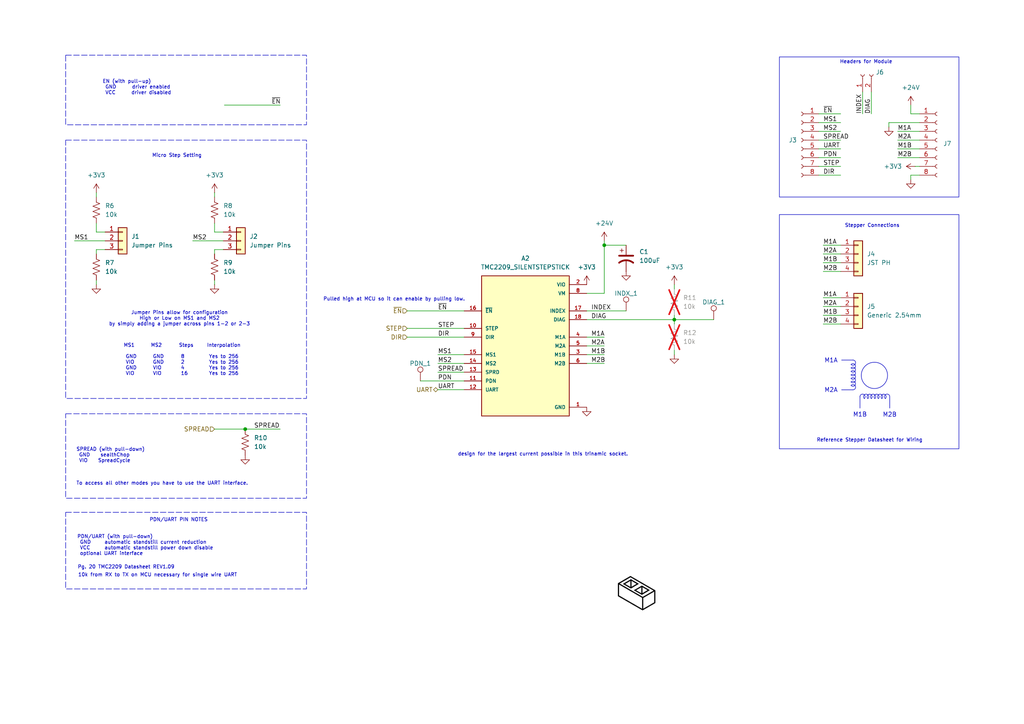
<source format=kicad_sch>
(kicad_sch (version 20250114) (generator "eeschema") (generator_version "9.0")
  (paper "A4")
  (title_block (title "Distribution Board") (date "2026-01-25") (rev "0.4") (company "basically"))
  (lib_symbols
    (symbol "Connector:Conn_01x02_Socket" (pin_names (offset 1.016) (hide yes))
      (property "Reference" "J" (at 0 2.54 0))
      (property "Value" "Conn_01x02_Socket" (at 0 -5.08 0))
      (symbol "Conn_01x02_Socket_1_1"
        (polyline (pts (xy -1.27 0) (xy -0.508 0)) (stroke (width 0.1524)))
        (polyline (pts (xy -1.27 -2.54) (xy -0.508 -2.54)) (stroke (width 0.1524)))
        (arc (start 0 -0.508) (mid -0.5058 0) (end 0 0.508) (stroke (width 0.1524)))
        (arc (start 0 -3.048) (mid -0.5058 -2.54) (end 0 -2.032) (stroke (width 0.1524)))
        (pin passive line (at -5.08 0 0) (length 3.81) (name "Pin_1") (number "1"))
        (pin passive line (at -5.08 -2.54 0) (length 3.81) (name "Pin_2") (number "2"))
      )
    )
    (symbol "Connector:Conn_01x08_Socket" (pin_names (offset 1.016) (hide yes))
      (property "Reference" "J" (at 0 10.16 0))
      (property "Value" "Conn_01x08_Socket" (at 0 -12.7 0))
      (symbol "Conn_01x08_Socket_1_1"
        (polyline (pts (xy -1.27 7.62) (xy -0.508 7.62)) (stroke (width 0.1524)))
        (polyline (pts (xy -1.27 5.08) (xy -0.508 5.08)) (stroke (width 0.1524)))
        (polyline (pts (xy -1.27 2.54) (xy -0.508 2.54)) (stroke (width 0.1524)))
        (polyline (pts (xy -1.27 0) (xy -0.508 0)) (stroke (width 0.1524)))
        (polyline (pts (xy -1.27 -2.54) (xy -0.508 -2.54)) (stroke (width 0.1524)))
        (polyline (pts (xy -1.27 -5.08) (xy -0.508 -5.08)) (stroke (width 0.1524)))
        (polyline (pts (xy -1.27 -7.62) (xy -0.508 -7.62)) (stroke (width 0.1524)))
        (polyline (pts (xy -1.27 -10.16) (xy -0.508 -10.16)) (stroke (width 0.1524)))
        (arc (start 0 7.112) (mid -0.5058 7.62) (end 0 8.128) (stroke (width 0.1524)))
        (arc (start 0 4.572) (mid -0.5058 5.08) (end 0 5.588) (stroke (width 0.1524)))
        (arc (start 0 2.032) (mid -0.5058 2.54) (end 0 3.048) (stroke (width 0.1524)))
        (arc (start 0 -0.508) (mid -0.5058 0) (end 0 0.508) (stroke (width 0.1524)))
        (arc (start 0 -3.048) (mid -0.5058 -2.54) (end 0 -2.032) (stroke (width 0.1524)))
        (arc (start 0 -5.588) (mid -0.5058 -5.08) (end 0 -4.572) (stroke (width 0.1524)))
        (arc (start 0 -8.128) (mid -0.5058 -7.62) (end 0 -7.112) (stroke (width 0.1524)))
        (arc (start 0 -10.668) (mid -0.5058 -10.16) (end 0 -9.652) (stroke (width 0.1524)))
        (pin passive line (at -5.08 7.62 0) (length 3.81) (name "Pin_1") (number "1"))
        (pin passive line (at -5.08 5.08 0) (length 3.81) (name "Pin_2") (number "2"))
        (pin passive line (at -5.08 2.54 0) (length 3.81) (name "Pin_3") (number "3"))
        (pin passive line (at -5.08 0 0) (length 3.81) (name "Pin_4") (number "4"))
        (pin passive line (at -5.08 -2.54 0) (length 3.81) (name "Pin_5") (number "5"))
        (pin passive line (at -5.08 -5.08 0) (length 3.81) (name "Pin_6") (number "6"))
        (pin passive line (at -5.08 -7.62 0) (length 3.81) (name "Pin_7") (number "7"))
        (pin passive line (at -5.08 -10.16 0) (length 3.81) (name "Pin_8") (number "8"))
      )
    )
    (symbol "Connector_Generic:Conn_01x03" (pin_names (offset 1.016) (hide yes))
      (property "Reference" "J" (at 0 5.08 0))
      (property "Value" "Conn_01x03" (at 0 -5.08 0))
      (symbol "Conn_01x03_1_1"
        (rectangle (start -1.27 3.81) (end 1.27 -3.81) (stroke (width 0.254)) (fill (type background)))
        (rectangle (start -1.27 2.667) (end 0 2.413) (stroke (width 0.1524)))
        (rectangle (start -1.27 0.127) (end 0 -0.127) (stroke (width 0.1524)))
        (rectangle (start -1.27 -2.413) (end 0 -2.667) (stroke (width 0.1524)))
        (pin passive line (at -5.08 2.54 0) (length 3.81) (name "Pin_1") (number "1"))
        (pin passive line (at -5.08 0 0) (length 3.81) (name "Pin_2") (number "2"))
        (pin passive line (at -5.08 -2.54 0) (length 3.81) (name "Pin_3") (number "3"))
      )
    )
    (symbol "Connector_Generic:Conn_01x04" (pin_names (offset 1.016) (hide yes))
      (property "Reference" "J" (at 0 5.08 0))
      (property "Value" "Conn_01x04" (at 0 -7.62 0))
      (symbol "Conn_01x04_1_1"
        (rectangle (start -1.27 3.81) (end 1.27 -6.35) (stroke (width 0.254)) (fill (type background)))
        (rectangle (start -1.27 2.667) (end 0 2.413) (stroke (width 0.1524)))
        (rectangle (start -1.27 0.127) (end 0 -0.127) (stroke (width 0.1524)))
        (rectangle (start -1.27 -2.413) (end 0 -2.667) (stroke (width 0.1524)))
        (rectangle (start -1.27 -4.953) (end 0 -5.207) (stroke (width 0.1524)))
        (pin passive line (at -5.08 2.54 0) (length 3.81) (name "Pin_1") (number "1"))
        (pin passive line (at -5.08 0 0) (length 3.81) (name "Pin_2") (number "2"))
        (pin passive line (at -5.08 -2.54 0) (length 3.81) (name "Pin_3") (number "3"))
        (pin passive line (at -5.08 -5.08 0) (length 3.81) (name "Pin_4") (number "4"))
      )
    )
    (symbol "Device:C_Polarized_US" (pin_numbers (hide yes)) (pin_names (offset 0.254) (hide yes))
      (property "Reference" "C" (at 0.635 2.54 0))
      (property "Value" "C_Polarized_US" (at 0.635 -2.54 0))
      (symbol "C_Polarized_US_0_1"
        (polyline (pts (xy -2.032 0.762) (xy 2.032 0.762)) (stroke (width 0.508)))
        (polyline (pts (xy -1.778 2.286) (xy -0.762 2.286)))
        (polyline (pts (xy -1.27 1.778) (xy -1.27 2.794)))
        (arc (start -2.032 -1.27) (mid 0 -0.5572) (end 2.032 -1.27) (stroke (width 0.508)))
      )
      (symbol "C_Polarized_US_1_1"
        (pin passive line (at 0 3.81 270) (length 2.794) (name "~") (number "1"))
        (pin passive line (at 0 -3.81 90) (length 3.302) (name "~") (number "2"))
      )
    )
    (symbol "Device:R_US" (pin_numbers (hide yes)) (pin_names (offset 0))
      (property "Reference" "R" (at 2.54 0 90))
      (property "Value" "R_US" (at -2.54 0 90))
      (symbol "R_US_0_1"
        (polyline (pts (xy 0 2.286) (xy 0 2.54)))
        (polyline (pts (xy 0 2.286) (xy 1.016 1.905) (xy 0 1.524) (xy -1.016 1.143) (xy 0 0.762)))
        (polyline (pts (xy 0 0.762) (xy 1.016 0.381) (xy 0 0) (xy -1.016 -0.381) (xy 0 -0.762)))
        (polyline (pts (xy 0 -0.762) (xy 1.016 -1.143) (xy 0 -1.524) (xy -1.016 -1.905) (xy 0 -2.286)))
        (polyline (pts (xy 0 -2.286) (xy 0 -2.54)))
      )
      (symbol "R_US_1_1"
        (pin passive line (at 0 3.81 270) (length 1.27) (name "~") (number "1"))
        (pin passive line (at 0 -3.81 90) (length 1.27) (name "~") (number "2"))
      )
    )
    (symbol "PCM_SparkFun-Connector:TestPoint_PTH" (pin_numbers (hide yes)) (pin_names (offset 0.762) (hide yes))
      (property "Reference" "TP" (at 0 5.08 0))
      (symbol "TestPoint_PTH_0_1"
        (circle (center 0 3.302) (radius 0.762))
      )
      (symbol "TestPoint_PTH_1_1"
        (pin passive line (at 0 0 90) (length 2.54) (name "1") (number "1"))
      )
    )
    (symbol "TMC2209_SILENTSTEPSTICK:TMC2209_SILENTSTEPSTICK" (pin_names (offset 1.016))
      (property "Reference" "U" (at -12.7 22.86 0))
      (property "Value" "TMC2209_SILENTSTEPSTICK" (at -12.7 -22.86 0))
      (symbol "TMC2209_SILENTSTEPSTICK_0_0"
        (rectangle (start -12.7 -20.32) (end 12.7 20.32) (stroke (width 0.254)) (fill (type background)))
        (pin input line (at -17.78 10.16 0) (length 5.08) (name "~{EN}") (number "16"))
        (pin input line (at -17.78 5.08 0) (length 5.08) (name "STEP") (number "10"))
        (pin input line (at -17.78 2.54 0) (length 5.08) (name "DIR") (number "9"))
        (pin input line (at -17.78 -2.54 0) (length 5.08) (name "MS1") (number "15"))
        (pin input line (at -17.78 -5.08 0) (length 5.08) (name "MS2") (number "14"))
        (pin input line (at -17.78 -7.62 0) (length 5.08) (name "SPRD") (number "13"))
        (pin bidirectional line (at -17.78 -10.16 0) (length 5.08) (name "PDN") (number "11"))
        (pin bidirectional line (at -17.78 -12.7 0) (length 5.08) (name "UART") (number "12"))
        (pin power_in line (at 17.78 17.78 180) (length 5.08) (name "VIO") (number "2"))
        (pin power_in line (at 17.78 15.24 180) (length 5.08) (name "VM") (number "8"))
        (pin output line (at 17.78 10.16 180) (length 5.08) (name "INDEX") (number "17"))
        (pin output line (at 17.78 7.62 180) (length 5.08) (name "DIAG") (number "18"))
        (pin output line (at 17.78 2.54 180) (length 5.08) (name "M1A") (number "4"))
        (pin output line (at 17.78 0 180) (length 5.08) (name "M2A") (number "5"))
        (pin output line (at 17.78 -2.54 180) (length 5.08) (name "M1B") (number "3"))
        (pin output line (at 17.78 -5.08 180) (length 5.08) (name "M2B") (number "6"))
        (pin power_in line (at 17.78 -17.78 180) (length 5.08) (name "GND") (number "1"))
        (pin power_in line (at 17.78 -17.78 180) (length 5.08) (hide yes) (name "GND") (number "7"))
      )
    )
    (symbol "power:+24V" (power) (pin_numbers (hide yes)) (pin_names (offset 0) (hide yes))
      (property "Value" "+24V" (at 0 3.556 0))
      (symbol "+24V_0_1"
        (polyline (pts (xy -0.762 1.27) (xy 0 2.54)))
        (polyline (pts (xy 0 2.54) (xy 0.762 1.27)))
        (polyline (pts (xy 0 0) (xy 0 2.54)))
      )
      (symbol "+24V_1_1"
        (pin power_in line (at 0 0 90) (length 0) (name "~") (number "1"))
      )
    )
    (symbol "power:+3V3" (power) (pin_numbers (hide yes)) (pin_names (offset 0) (hide yes))
      (property "Value" "+3V3" (at 0 3.556 0))
      (symbol "+3V3_0_1"
        (polyline (pts (xy -0.762 1.27) (xy 0 2.54)))
        (polyline (pts (xy 0 2.54) (xy 0.762 1.27)))
        (polyline (pts (xy 0 0) (xy 0 2.54)))
      )
      (symbol "+3V3_1_1"
        (pin power_in line (at 0 0 90) (length 0) (name "~") (number "1"))
      )
    )
    (symbol "power:GND" (power) (pin_numbers (hide yes)) (pin_names (offset 0) (hide yes))
      (property "Value" "GND" (at 0 -3.81 0))
      (symbol "GND_0_1"
        (polyline (pts (xy 0 0) (xy 0 -1.27) (xy 1.27 -1.27) (xy 0 -2.54) (xy -1.27 -1.27) (xy 0 -1.27)))
      )
      (symbol "GND_1_1"
        (pin power_in line (at 0 0 270) (length 0) (name "~") (number "1"))
      )
    )
  )
  (circle (center 253.617 108.877) (radius 3.81))
  (rectangle (start 226.06 62.23) (end 278.13 130.175))
  (polyline (pts (xy 190.0826 171.2253) (xy 190.0826 174.9035) (xy 186.3743 177.0431) (xy 179.2174 172.9153) (xy 179.2174 172.7176) (xy 179.5525 172.7176) (xy 186.2371 176.5771) (xy 186.2371 173.4177) (xy 186.5721 173.4177) (xy 186.5721 176.5434) (xy 189.7462 174.7108) (xy 189.7462 171.5851) (xy 186.5721 173.4177) (xy 186.2371 173.4177) (xy 186.2371 173.3943) (xy 179.5525 169.535) (xy 179.5525 172.7176) (xy 179.2174 172.7176) (xy 179.2174 169.2535) (xy 179.7349 169.2535) (xy 186.4249 173.1159) (xy 189.5599 171.3059) (xy 182.8689 167.4429) (xy 179.7349 169.2535) (xy 179.2174 169.2535) (xy 179.2174 169.1678) (xy 182.8509 167.0456) (xy 190.0826 171.2253)) (stroke (width -0.0001) (type solid) (color 0 0 0 1)) (fill (type color) (color 0 0 0 1)))
  (rectangle (start 19.05 120.015) (end 88.9 144.51) (stroke (width 0) (type dash)))
  (polyline (pts (xy 185.3039 169.3306) (xy 183.0003 170.701) (xy 180.6441 169.3612) (xy 181.3124 169.3612) (xy 182.8357 170.2408) (xy 182.8357 168.4817) (xy 183.1678 168.4817) (xy 183.1678 170.19) (xy 184.6373 169.3327) (xy 183.1678 168.4817) (xy 182.8357 168.4817) (xy 181.3124 169.3612) (xy 180.6441 169.3612) (xy 180.6432 169.3607) (xy 183 168) (xy 185.3039 169.3306)) (stroke (width -0.0001) (type solid) (color 0 0 0 1)) (fill (type color) (color 0 0 0 1)))
  (arc (start 246.85 105.704) (mid 248.1362 106.212) (end 246.85 106.72))
  (arc (start 249.428 115.062) (mid 250.4782 114.3654) (end 250.7 115.606))
  (arc (start 246.848 109.764) (mid 248.1342 110.272) (end 246.848 110.78))
  (arc (start 250.7 115.606) (mid 251.208 114.3198) (end 251.716 115.606))
  (rectangle (start 226.06 16.51) (end 278.13 57.15))
  (arc (start 246.842 111.784) (mid 248.0934 112.0092) (end 247.386 113.056))
  (arc (start 253.744 115.608) (mid 254.252 114.3218) (end 254.76 115.608))
  (arc (start 247.394 104.432) (mid 248.0906 105.4822) (end 246.85 105.704))
  (arc (start 252.728 115.608) (mid 253.236 114.3218) (end 253.744 115.608))
  (rectangle (start 19.05 16) (end 88.9 36.195) (stroke (width 0) (type dash)))
  (arc (start 255.776 115.608) (mid 256.284 114.3218) (end 256.792 115.608))
  (arc (start 246.848 107.732) (mid 248.1342 108.24) (end 246.848 108.748))
  (rectangle (start 19.05 40.64) (end 88.9 115.57) (stroke (width 0) (type dash)))
  (arc (start 246.848 106.716) (mid 248.1342 107.224) (end 246.848 107.732))
  (arc (start 256.78 115.614) (mid 257.0052 114.3626) (end 258.052 115.07))
  (polyline (pts (xy 186.1766 169.8368) (xy 188.4805 171.1674) (xy 186.177 172.5378) (xy 183.8205 171.198) (xy 184.489 171.198) (xy 186.0124 172.0776) (xy 186.0124 172.0269) (xy 186.3445 172.0269) (xy 187.8139 171.1694) (xy 186.3445 170.3185) (xy 186.3445 172.0269) (xy 186.0124 172.0269) (xy 186.0124 170.3185) (xy 184.489 171.198) (xy 183.8205 171.198) (xy 183.8198 171.1975) (xy 186.1766 169.8368) (xy 186.1766 169.8368)) (stroke (width -0.0001) (type solid) (color 0 0 0 1)) (fill (type color) (color 0 0 0 1)))
  (rectangle (start 19.05 148.59) (end 88.9 170.815) (stroke (width 0) (type dash)))
  (arc (start 251.712 115.608) (mid 252.22 114.3218) (end 252.728 115.608))
  (arc (start 246.848 110.78) (mid 248.1342 111.288) (end 246.848 111.796))
  (arc (start 254.76 115.608) (mid 255.268 114.3218) (end 255.776 115.608))
  (arc (start 246.848 108.748) (mid 248.1342 109.256) (end 246.848 109.764))
  (text "Reference Stepper Datasheet for Wiring" (at 252.222 127.762 0) (effects (font (size 1.016 1.016))))
  (text "Pg. 20 TMC2209 Datasheet REV1.09" (at 36.576 164.592 0) (effects (font (size 1.016 1.016))))
  (text "M2A" (at 241.046 113.284 0) (effects (font (size 1.27 1.27))))
  (text "SPREAD (with pull-down)\n GND    sealthChop\n VIO    SpreadCycle\n\n\n\nTo access all other modes you have to use the UART interface." (at 22.098 135.382 0) (effects (font (size 1.016 1.016)) (justify left)))
  (text "Jumper Pins allow for configuration\nHigh or Low on MS1 and MS2\nby simply adding a jumper across pins 1-2 or 2-3" (at 52.07 92.456 0) (effects (font (size 1.016 1.016))))
  (text "M2B" (at 258.062 120.434 0) (effects (font (size 1.27 1.27))))
  (text "PDN/UART (with pull-down)\n GND	automatic standstill current reduction\n VCC	automatic standstill power down disable\n optional UART interface" (at 22.352 158.242 0) (effects (font (size 1.016 1.016)) (justify left)))
  (text "M1B" (at 249.428 120.396 0) (effects (font (size 1.27 1.27))))
  (text "Stepper Connections" (at 252.984 65.532 0) (effects (font (size 1.016 1.016))))
  (text "Micro Step Setting" (at 51.308 45.212 0) (effects (font (size 1.016 1.016))))
  (text "design for the largest current possible in this trinamic socket.\n" (at 157.48 131.826 0) (effects (font (size 1.016 1.016))))
  (text "EN (with pull-up)\n GND      driver enabled\n VCC      driver disabled" (at 29.718 25.4 0) (effects (font (size 1.016 1.016)) (justify left)))
  (text "Pulled high at MCU so it can enable by pulling low." (at 114.3 86.868 0) (effects (font (size 1.016 1.016))))
  (text "PDN/UART PIN NOTES" (at 51.816 150.876 0) (effects (font (size 1.016 1.016))))
  (text "MS1		MS2		Steps	Interpolation\n\nGND		GND		8		Yes to 256\nVIO		GND		2		Yes to 256\nGND		VIO		4		Yes to 256\nVIO		VIO		16		Yes to 256" (at 52.832 104.394 0) (effects (font (size 1.016 1.016))))
  (text "Headers for Module" (at 251.206 18.034 0) (effects (font (size 1.016 1.016))))
  (text "10k from RX to TX on MCU necessary for single wire UART" (at 45.72 166.878 0) (effects (font (size 1.016 1.016))))
  (text "M1A" (at 241.044 104.686 0) (effects (font (size 1.27 1.27))))
  (junction (at 195.58 92.71))
  (junction (at 71.12 124.46))
  (junction (at 175.26 71.12))
  (wire (pts (xy 237.49 48.26) (xy 243.84 48.26)))
  (wire (pts (xy 127 105.41) (xy 134.62 105.41)))
  (wire (pts (xy 238.76 88.9) (xy 243.84 88.9)))
  (wire (pts (xy 238.76 91.44) (xy 243.84 91.44)))
  (wire (pts (xy 238.76 78.74) (xy 243.84 78.74)))
  (wire (pts (xy 195.58 92.71) (xy 195.58 93.98)))
  (wire (pts (xy 127 102.87) (xy 134.62 102.87)))
  (wire (pts (xy 27.94 82.55) (xy 27.94 81.28)))
  (wire (pts (xy 237.49 40.64) (xy 243.84 40.64)))
  (wire (pts (xy 238.76 86.36) (xy 243.84 86.36)))
  (wire (pts (xy 237.49 50.8) (xy 243.84 50.8)))
  (wire (pts (xy 175.26 85.09) (xy 170.18 85.09)))
  (wire (pts (xy 64.77 67.31) (xy 62.23 67.31)))
  (wire (pts (xy 71.12 124.46) (xy 81.28 124.46)))
  (wire (pts (xy 170.18 100.33) (xy 175.26 100.33)))
  (wire (pts (xy 170.18 92.71) (xy 195.58 92.71)))
  (wire (pts (xy 264.16 50.8) (xy 266.7 50.8)))
  (wire (pts (xy 127 107.95) (xy 134.62 107.95)))
  (wire (pts (xy 250.19 33.02) (xy 250.19 26.67)))
  (wire (pts (xy 118.11 95.25) (xy 134.62 95.25)))
  (wire (pts (xy 170.18 105.41) (xy 175.26 105.41)))
  (wire (pts (xy 27.94 55.88) (xy 27.94 57.15)))
  (wire (pts (xy 27.94 67.31) (xy 27.94 64.77)))
  (wire (pts (xy 195.58 91.44) (xy 195.58 92.71)))
  (wire (pts (xy 237.49 35.56) (xy 243.84 35.56)))
  (wire (pts (xy 260.35 38.1) (xy 266.7 38.1)))
  (wire (pts (xy 21.59 69.85) (xy 30.48 69.85)))
  (wire (pts (xy 264.16 52.07) (xy 264.16 50.8)))
  (wire (pts (xy 170.18 90.17) (xy 181.61 90.17)))
  (wire (pts (xy 127 113.03) (xy 134.62 113.03)))
  (wire (pts (xy 237.49 33.02) (xy 243.84 33.02)))
  (polyline (pts (xy 183 168) (xy 183 168)) (stroke (width -0.0001) (type solid)))
  (polyline (pts (xy 258.064 118.364) (xy 258.064 115.062)))
  (wire (pts (xy 175.26 69.85) (xy 175.26 71.12)))
  (wire (pts (xy 62.23 55.88) (xy 62.23 57.15)))
  (wire (pts (xy 121.92 110.49) (xy 134.62 110.49)))
  (wire (pts (xy 257.81 35.56) (xy 266.7 35.56)))
  (wire (pts (xy 265.43 48.26) (xy 266.7 48.26)))
  (wire (pts (xy 264.16 33.02) (xy 266.7 33.02)))
  (polyline (pts (xy 244.092 113.068) (xy 247.394 113.068)))
  (wire (pts (xy 195.58 102.87) (xy 195.58 101.6)))
  (wire (pts (xy 55.88 69.85) (xy 64.77 69.85)))
  (wire (pts (xy 30.48 72.39) (xy 27.94 72.39)))
  (wire (pts (xy 195.58 82.55) (xy 195.58 83.82)))
  (wire (pts (xy 260.35 40.64) (xy 266.7 40.64)))
  (wire (pts (xy 27.94 72.39) (xy 27.94 73.66)))
  (wire (pts (xy 260.35 43.18) (xy 266.7 43.18)))
  (wire (pts (xy 260.35 45.72) (xy 266.7 45.72)))
  (wire (pts (xy 62.23 72.39) (xy 62.23 73.66)))
  (wire (pts (xy 170.18 97.79) (xy 175.26 97.79)))
  (wire (pts (xy 65.0709 30.48) (xy 81.28 30.48)))
  (wire (pts (xy 118.11 90.17) (xy 134.62 90.17)))
  (wire (pts (xy 257.81 36.83) (xy 257.81 35.56)))
  (wire (pts (xy 237.49 38.1) (xy 243.84 38.1)))
  (wire (pts (xy 62.23 67.31) (xy 62.23 64.77)))
  (wire (pts (xy 238.76 93.98) (xy 243.84 93.98)))
  (wire (pts (xy 238.76 73.66) (xy 243.84 73.66)))
  (wire (pts (xy 238.76 71.12) (xy 243.84 71.12)))
  (polyline (pts (xy 244.092 104.432) (xy 247.394 104.432)))
  (wire (pts (xy 62.23 124.46) (xy 71.12 124.46)))
  (wire (pts (xy 175.26 71.12) (xy 181.61 71.12)))
  (wire (pts (xy 195.58 92.71) (xy 207.01 92.71)))
  (wire (pts (xy 118.11 97.79) (xy 134.62 97.79)))
  (wire (pts (xy 175.26 71.12) (xy 175.26 85.09)))
  (wire (pts (xy 64.77 72.39) (xy 62.23 72.39)))
  (wire (pts (xy 237.49 45.72) (xy 243.84 45.72)))
  (polyline (pts (xy 249.428 118.364) (xy 249.428 115.062)))
  (wire (pts (xy 170.18 102.87) (xy 175.26 102.87)))
  (wire (pts (xy 252.73 33.02) (xy 252.73 26.67)))
  (wire (pts (xy 237.49 43.18) (xy 243.84 43.18)))
  (wire (pts (xy 238.76 76.2) (xy 243.84 76.2)))
  (wire (pts (xy 264.16 30.48) (xy 264.16 33.02)))
  (wire (pts (xy 30.48 67.31) (xy 27.94 67.31)))
  (wire (pts (xy 62.23 82.55) (xy 62.23 81.28)))
  (label "M2A" (at 238.76 73.66 0))
  (label "M2B" (at 238.76 78.74 0))
  (label "M1A" (at 260.35 38.1 0))
  (label "INDEX" (at 171.45 90.17 0))
  (label "MS2" (at 238.76 38.1 0))
  (label "~{EN}" (at 78.74 30.48 0))
  (label "DIAG" (at 171.45 92.71 0))
  (label "SPREAD" (at 73.66 124.46 0))
  (label "MS1" (at 238.76 35.56 0))
  (label "DIR" (at 127 97.79 0))
  (label "M1B" (at 260.35 43.18 0))
  (label "MS1" (at 127 102.87 0))
  (label "M1A" (at 238.76 86.36 0))
  (label "M1B" (at 238.76 76.2 0))
  (label "M2A" (at 260.35 40.64 0))
  (label "SPREAD" (at 238.76 40.64 0))
  (label "M2B" (at 238.76 93.98 0))
  (label "~{EN}" (at 238.76 33.02 0))
  (label "~{EN}" (at 127 90.17 0))
  (label "M1B" (at 171.45 102.87 0))
  (label "M1B" (at 238.76 91.44 0))
  (label "SPREAD" (at 127 107.95 0))
  (label "M2A" (at 238.76 88.9 0))
  (label "UART" (at 127 113.03 0))
  (label "PDN" (at 127 110.49 0))
  (label "STEP" (at 238.76 48.26 0))
  (label "M2B" (at 171.45 105.41 0))
  (label "PDN" (at 238.76 45.72 0))
  (label "M1A" (at 238.76 71.12 0))
  (label "DIR" (at 238.76 50.8 0))
  (label "DIAG" (at 252.73 33.02 90))
  (label "MS2" (at 127 105.41 0))
  (label "UART" (at 238.76 43.18 0))
  (label "M2B" (at 260.35 45.72 0))
  (label "MS1" (at 21.59 69.85 0))
  (label "STEP" (at 127 95.25 0))
  (label "MS2" (at 55.88 69.85 0))
  (label "M1A" (at 171.45 97.79 0))
  (label "M2A" (at 171.45 100.33 0))
  (label "INDEX" (at 250.19 33.02 90))
  (hierarchical_label "SPREAD" (shape input) (at 62.23 124.46 180))
  (hierarchical_label "DIR" (shape input) (at 118.11 97.79 180))
  (hierarchical_label "STEP" (shape input) (at 118.11 95.25 180))
  (hierarchical_label "UART" (shape bidirectional) (at 127 113.03 180))
  (hierarchical_label "~{EN}" (shape input) (at 118.11 90.17 180))
  (symbol (lib_id "power:GND") (at 27.94 82.55 0) (unit 1)
    (property "Reference" "#PWR012" (effects (hide yes)))
    (property "Value" "GND" (effects (hide yes)))
    (property "Description" "Power symbol creates a global label with name \"GND\" , ground" (effects (hide yes)))
    (instances (project "1_Distribution_Board" (path "" (reference "#PWR012") (unit 1)) (path "" (reference "#PWR083") (unit 1)) (path "" (reference "#PWR0113") (unit 1)) (path "" (reference "#PWR098") (unit 1))))
  )
  (symbol (lib_id "Connector_Generic:Conn_01x03") (at 69.85 69.85 0) (unit 1)
    (property "Reference" "J2" (at 72.39 68.5799 0) (effects (justify left)))
    (property "Value" "Jumper Pins" (at 72.39 71.1199 0) (effects (justify left)))
    (property "Footprint" "Connector_PinHeader_2.54mm:PinHeader_1x03_P2.54mm_Vertical" (effects (hide yes)))
    (property "Description" "Generic connector, single row, 01x03, script generated (kicad-library-utils/schlib/autogen/connector/)" (effects (hide yes)))
    (instances (project "1_Distribution_Board" (path "" (reference "J2") (unit 1)) (path "" (reference "J34") (unit 1)) (path "" (reference "J48") (unit 1)) (path "" (reference "J41") (unit 1))))
  )
  (symbol (lib_id "Connector_Generic:Conn_01x04") (at 248.92 73.66 0) (unit 1)
    (property "Reference" "J4" (at 251.46 73.6599 0) (effects (justify left)))
    (property "Value" "JST PH" (at 251.46 76.1999 0) (effects (justify left)))
    (property "Footprint" "Connector_JST:JST_PH_B4B-PH-K_1x04_P2.00mm_Vertical" (effects (hide yes)))
    (property "Description" "Generic connector, single row, 01x04, script generated (kicad-library-utils/schlib/autogen/connector/)" (effects (hide yes)))
    (instances (project "1_Distribution_Board" (path "" (reference "J4") (unit 1)) (path "" (reference "J36") (unit 1)) (path "" (reference "J50") (unit 1)) (path "" (reference "J43") (unit 1))))
  )
  (symbol (lib_id "Device:R_US") (at 27.94 60.96 0) (unit 1)
    (property "Reference" "R6" (at 30.48 59.6899 0) (effects (justify left)))
    (property "Value" "10k" (at 30.48 62.2299 0) (effects (justify left)))
    (property "Footprint" "Resistor_SMD:R_0805_2012Metric_Pad1.20x1.40mm_HandSolder" (effects (hide yes)))
    (property "Description" "Resistor, US symbol" (effects (hide yes)))
    (instances (project "1_Distribution_Board" (path "" (reference "R6") (unit 1)) (path "" (reference "R25") (unit 1)) (path "" (reference "R39") (unit 1)) (path "" (reference "R32") (unit 1))))
  )
  (symbol (lib_id "power:+3V3") (at 62.23 55.88 0) (unit 1)
    (property "Reference" "#PWR013" (effects (hide yes)))
    (property "Value" "+3V3" (at 62.23 50.8 0))
    (property "Description" "Power symbol creates a global label with name \"+3V3\"" (effects (hide yes)))
    (instances (project "1_Distribution_Board" (path "" (reference "#PWR013") (unit 1)) (path "" (reference "#PWR084") (unit 1)) (path "" (reference "#PWR0114") (unit 1)) (path "" (reference "#PWR099") (unit 1))))
  )
  (symbol (lib_id "PCM_SparkFun-Connector:TestPoint_PTH") (at 181.61 90.17 0) (unit 1)
    (property "Reference" "INDX_1" (at 181.61 85.09 0))
    (property "Value" "PTH" (effects (hide yes)))
    (property "Footprint" "Connector_PinHeader_2.54mm:PinHeader_1x01_P2.54mm_Vertical" (effects (hide yes)))
    (property "Description" "Test Point" (effects (hide yes)))
    (instances (project "1_Distribution_Board" (path "" (reference "INDX_1") (unit 1)) (path "" (reference "INDX_2") (unit 1)) (path "" (reference "INDX_4") (unit 1)) (path "" (reference "INDX_3") (unit 1))))
  )
  (symbol (lib_id "PCM_SparkFun-Connector:TestPoint_PTH") (at 207.01 92.71 0) (unit 1)
    (property "Reference" "DIAG_1" (at 207.01 87.63 0))
    (property "Value" "PTH" (effects (hide yes)))
    (property "Footprint" "Connector_PinHeader_2.54mm:PinHeader_1x01_P2.54mm_Vertical" (effects (hide yes)))
    (property "Description" "Test Point" (effects (hide yes)))
    (instances (project "1_Distribution_Board" (path "" (reference "DIAG_1") (unit 1)) (path "" (reference "DIAG_2") (unit 1)) (path "" (reference "DIAG_4") (unit 1)) (path "" (reference "DIAG_3") (unit 1))))
  )
  (symbol (lib_id "Connector_Generic:Conn_01x04") (at 248.92 88.9 0) (unit 1)
    (property "Reference" "J5" (at 251.46 88.8999 0) (effects (justify left)))
    (property "Value" "Generic 2.54mm" (at 251.46 91.4399 0) (effects (justify left)))
    (property "Footprint" "Connector_PinHeader_2.54mm:PinHeader_1x04_P2.54mm_Vertical" (effects (hide yes)))
    (property "Description" "Generic connector, single row, 01x04, script generated (kicad-library-utils/schlib/autogen/connector/)" (effects (hide yes)))
    (instances (project "1_Distribution_Board" (path "" (reference "J5") (unit 1)) (path "" (reference "J37") (unit 1)) (path "" (reference "J51") (unit 1)) (path "" (reference "J44") (unit 1))))
  )
  (symbol (lib_id "Device:R_US") (at 195.58 97.79 0) (unit 1) (dnp yes)
    (property "Reference" "R12" (at 198.12 96.5199 0) (effects (justify left)))
    (property "Value" "10k" (at 198.12 99.0599 0) (effects (justify left)))
    (property "Footprint" "Resistor_SMD:R_0805_2012Metric_Pad1.20x1.40mm_HandSolder" (effects (hide yes)))
    (property "Description" "Resistor, US symbol" (effects (hide yes)))
    (instances (project "1_Distribution_Board" (path "" (reference "R12") (unit 1)) (path "" (reference "R31") (unit 1)) (path "" (reference "R45") (unit 1)) (path "" (reference "R38") (unit 1))))
  )
  (symbol (lib_id "Device:R_US") (at 62.23 60.96 0) (unit 1)
    (property "Reference" "R8" (at 64.77 59.6899 0) (effects (justify left)))
    (property "Value" "10k" (at 64.77 62.2299 0) (effects (justify left)))
    (property "Footprint" "Resistor_SMD:R_0805_2012Metric_Pad1.20x1.40mm_HandSolder" (effects (hide yes)))
    (property "Description" "Resistor, US symbol" (effects (hide yes)))
    (instances (project "1_Distribution_Board" (path "" (reference "R8") (unit 1)) (path "" (reference "R27") (unit 1)) (path "" (reference "R41") (unit 1)) (path "" (reference "R34") (unit 1))))
  )
  (symbol (lib_id "power:+3V3") (at 27.94 55.88 0) (unit 1)
    (property "Reference" "#PWR011" (effects (hide yes)))
    (property "Value" "+3V3" (at 27.94 50.8 0))
    (property "Description" "Power symbol creates a global label with name \"+3V3\"" (effects (hide yes)))
    (instances (project "1_Distribution_Board" (path "" (reference "#PWR011") (unit 1)) (path "" (reference "#PWR082") (unit 1)) (path "" (reference "#PWR0112") (unit 1)) (path "" (reference "#PWR097") (unit 1))))
  )
  (symbol (lib_id "power:GND") (at 195.58 102.87 0) (unit 1)
    (property "Reference" "#PWR021" (effects (hide yes)))
    (property "Value" "GND" (effects (hide yes)))
    (property "Description" "Power symbol creates a global label with name \"GND\" , ground" (effects (hide yes)))
    (instances (project "1_Distribution_Board" (path "" (reference "#PWR021") (unit 1)) (path "" (reference "#PWR092") (unit 1)) (path "" (reference "#PWR0122") (unit 1)) (path "" (reference "#PWR0107") (unit 1))))
  )
  (symbol (lib_id "Device:R_US") (at 62.23 77.47 0) (unit 1)
    (property "Reference" "R9" (at 64.77 76.1999 0) (effects (justify left)))
    (property "Value" "10k" (at 64.77 78.7399 0) (effects (justify left)))
    (property "Footprint" "Resistor_SMD:R_0805_2012Metric_Pad1.20x1.40mm_HandSolder" (effects (hide yes)))
    (property "Description" "Resistor, US symbol" (effects (hide yes)))
    (instances (project "1_Distribution_Board" (path "" (reference "R9") (unit 1)) (path "" (reference "R28") (unit 1)) (path "" (reference "R42") (unit 1)) (path "" (reference "R35") (unit 1))))
  )
  (symbol (lib_id "power:+3V3") (at 170.18 82.55 0) (unit 1)
    (property "Reference" "#PWR016" (effects (hide yes)))
    (property "Value" "+3V3" (at 170.18 77.47 0))
    (property "Description" "Power symbol creates a global label with name \"+3V3\"" (effects (hide yes)))
    (instances (project "1_Distribution_Board" (path "" (reference "#PWR016") (unit 1)) (path "" (reference "#PWR087") (unit 1)) (path "" (reference "#PWR0117") (unit 1)) (path "" (reference "#PWR0102") (unit 1))))
  )
  (symbol (lib_id "power:+3V3") (at 195.58 82.55 0) (unit 1)
    (property "Reference" "#PWR020" (effects (hide yes)))
    (property "Value" "+3V3" (at 195.58 77.47 0))
    (property "Description" "Power symbol creates a global label with name \"+3V3\"" (effects (hide yes)))
    (instances (project "1_Distribution_Board" (path "" (reference "#PWR020") (unit 1)) (path "" (reference "#PWR091") (unit 1)) (path "" (reference "#PWR0121") (unit 1)) (path "" (reference "#PWR0106") (unit 1))))
  )
  (symbol (lib_id "Device:C_Polarized_US") (at 181.61 74.93 0) (unit 1)
    (property "Reference" "C1" (at 185.42 73.0249 0) (effects (justify left)))
    (property "Value" "100uF" (at 185.42 75.5649 0) (effects (justify left)))
    (property "Footprint" "Capacitor_THT:CP_Radial_D8.0mm_P2.50mm" (effects (hide yes)))
    (property "Description" "Polarized capacitor, US symbol" (effects (hide yes)))
    (instances (project "1_Distribution_Board" (path "" (reference "C1") (unit 1)) (path "" (reference "C16") (unit 1)) (path "" (reference "C18") (unit 1)) (path "" (reference "C17") (unit 1))))
  )
  (symbol (lib_id "Device:R_US") (at 71.12 128.27 0) (unit 1)
    (property "Reference" "R10" (at 73.66 126.9999 0) (effects (justify left)))
    (property "Value" "10k" (at 73.66 129.5399 0) (effects (justify left)))
    (property "Footprint" "Resistor_SMD:R_0805_2012Metric_Pad1.20x1.40mm_HandSolder" (effects (hide yes)))
    (property "Description" "Resistor, US symbol" (effects (hide yes)))
    (instances (project "1_Distribution_Board" (path "" (reference "R10") (unit 1)) (path "" (reference "R29") (unit 1)) (path "" (reference "R43") (unit 1)) (path "" (reference "R36") (unit 1))))
  )
  (symbol (lib_id "power:GND") (at 170.18 118.11 0) (unit 1)
    (property "Reference" "#PWR017" (effects (hide yes)))
    (property "Value" "GND" (effects (hide yes)))
    (property "Description" "Power symbol creates a global label with name \"GND\" , ground" (effects (hide yes)))
    (instances (project "1_Distribution_Board" (path "" (reference "#PWR017") (unit 1)) (path "" (reference "#PWR088") (unit 1)) (path "" (reference "#PWR0118") (unit 1)) (path "" (reference "#PWR0103") (unit 1))))
  )
  (symbol (lib_id "power:+3V3") (at 265.43 48.26 90) (unit 1)
    (property "Reference" "#PWR025" (effects (hide yes)))
    (property "Value" "+3V3" (at 261.62 48.2599 90) (effects (justify left)))
    (property "Description" "Power symbol creates a global label with name \"+3V3\"" (effects (hide yes)))
    (instances (project "1_Distribution_Board" (path "" (reference "#PWR025") (unit 1)) (path "" (reference "#PWR096") (unit 1)) (path "" (reference "#PWR0126") (unit 1)) (path "" (reference "#PWR0111") (unit 1))))
  )
  (symbol (lib_id "power:+24V") (at 264.16 30.48 0) (unit 1)
    (property "Reference" "#PWR023" (effects (hide yes)))
    (property "Value" "+24V" (at 264.16 25.4 0))
    (property "Description" "Power symbol creates a global label with name \"+24V\"" (effects (hide yes)))
    (instances (project "1_Distribution_Board" (path "" (reference "#PWR023") (unit 1)) (path "" (reference "#PWR094") (unit 1)) (path "" (reference "#PWR0124") (unit 1)) (path "" (reference "#PWR0109") (unit 1))))
  )
  (symbol (lib_id "PCM_SparkFun-Connector:TestPoint_PTH") (at 121.92 110.49 0) (unit 1)
    (property "Reference" "PDN_1" (at 121.92 105.41 0))
    (property "Value" "PTH" (effects (hide yes)))
    (property "Footprint" "Connector_PinHeader_2.54mm:PinHeader_1x01_P2.54mm_Vertical" (effects (hide yes)))
    (property "Description" "Test Point" (effects (hide yes)))
    (instances (project "1_Distribution_Board" (path "" (reference "PDN_1") (unit 1)) (path "" (reference "PDN_2") (unit 1)) (path "" (reference "PDN_4") (unit 1)) (path "" (reference "PDN_3") (unit 1))))
  )
  (symbol (lib_id "Connector:Conn_01x02_Socket") (at 250.19 21.59 90) (unit 1)
    (property "Reference" "J6" (at 254 20.9549 90) (effects (justify right)))
    (property "Value" "Conn_01x02_Socket" (effects (hide yes)))
    (property "Footprint" "Connector_PinSocket_2.54mm:PinSocket_1x02_P2.54mm_Vertical" (effects (hide yes)))
    (property "Description" "Generic connector, single row, 01x02, script generated" (effects (hide yes)))
    (instances (project "" (path "" (reference "J6") (unit 1)) (path "" (reference "J38") (unit 1)) (path "" (reference "J52") (unit 1)) (path "" (reference "J45") (unit 1))))
  )
  (symbol (lib_id "Connector:Conn_01x08_Socket") (at 271.78 40.64 0) (unit 1)
    (property "Reference" "J7" (at 273.558 41.656 0) (effects (justify left)))
    (property "Value" "Conn_01x08_Socket" (effects (hide yes)))
    (property "Footprint" "Connector_PinSocket_2.54mm:PinSocket_1x08_P2.54mm_Vertical" (effects (hide yes)))
    (property "Description" "Generic connector, single row, 01x08, script generated" (effects (hide yes)))
    (instances (project "" (path "" (reference "J7") (unit 1)) (path "" (reference "J39") (unit 1)) (path "" (reference "J53") (unit 1)) (path "" (reference "J46") (unit 1))))
  )
  (symbol (lib_id "Connector:Conn_01x08_Socket") (at 232.41 40.64 0) (mirror y) (unit 1)
    (property "Reference" "J3" (at 231.14 40.6399 0) (effects (justify left)))
    (property "Value" "Conn_01x08_Socket" (effects (hide yes)))
    (property "Footprint" "Connector_PinSocket_2.54mm:PinSocket_1x08_P2.54mm_Vertical" (effects (hide yes)))
    (property "Description" "Generic connector, single row, 01x08, script generated" (effects (hide yes)))
    (instances (project "1_Distribution_Board" (path "" (reference "J3") (unit 1)) (path "" (reference "J35") (unit 1)) (path "" (reference "J49") (unit 1)) (path "" (reference "J42") (unit 1))))
  )
  (symbol (lib_id "power:GND") (at 257.81 36.83 0) (unit 1)
    (property "Reference" "#PWR022" (effects (hide yes)))
    (property "Value" "GND" (effects (hide yes)))
    (property "Description" "Power symbol creates a global label with name \"GND\" , ground" (effects (hide yes)))
    (instances (project "1_Distribution_Board" (path "" (reference "#PWR022") (unit 1)) (path "" (reference "#PWR093") (unit 1)) (path "" (reference "#PWR0123") (unit 1)) (path "" (reference "#PWR0108") (unit 1))))
  )
  (symbol (lib_id "power:GND") (at 181.61 78.74 0) (unit 1)
    (property "Reference" "#PWR019" (effects (hide yes)))
    (property "Value" "GND" (effects (hide yes)))
    (property "Description" "Power symbol creates a global label with name \"GND\" , ground" (effects (hide yes)))
    (instances (project "1_Distribution_Board" (path "" (reference "#PWR019") (unit 1)) (path "" (reference "#PWR090") (unit 1)) (path "" (reference "#PWR0120") (unit 1)) (path "" (reference "#PWR0105") (unit 1))))
  )
  (symbol (lib_id "Device:R_US") (at 195.58 87.63 0) (unit 1) (dnp yes)
    (property "Reference" "R11" (at 198.12 86.3599 0) (effects (justify left)))
    (property "Value" "10k" (at 198.12 88.8999 0) (effects (justify left)))
    (property "Footprint" "Resistor_SMD:R_0805_2012Metric_Pad1.20x1.40mm_HandSolder" (effects (hide yes)))
    (property "Description" "Resistor, US symbol" (effects (hide yes)))
    (instances (project "1_Distribution_Board" (path "" (reference "R11") (unit 1)) (path "" (reference "R30") (unit 1)) (path "" (reference "R44") (unit 1)) (path "" (reference "R37") (unit 1))))
  )
  (symbol (lib_id "power:+24V") (at 175.26 69.85 0) (unit 1)
    (property "Reference" "#PWR018" (effects (hide yes)))
    (property "Value" "+24V" (at 175.26 64.77 0))
    (property "Description" "Power symbol creates a global label with name \"+24V\"" (effects (hide yes)))
    (instances (project "1_Distribution_Board" (path "" (reference "#PWR018") (unit 1)) (path "" (reference "#PWR089") (unit 1)) (path "" (reference "#PWR0119") (unit 1)) (path "" (reference "#PWR0104") (unit 1))))
  )
  (symbol (lib_id "power:GND") (at 71.12 132.08 0) (unit 1)
    (property "Reference" "#PWR015" (effects (hide yes)))
    (property "Value" "GND" (effects (hide yes)))
    (property "Description" "Power symbol creates a global label with name \"GND\" , ground" (effects (hide yes)))
    (instances (project "1_Distribution_Board" (path "" (reference "#PWR015") (unit 1)) (path "" (reference "#PWR086") (unit 1)) (path "" (reference "#PWR0116") (unit 1)) (path "" (reference "#PWR0101") (unit 1))))
  )
  (symbol (lib_id "TMC2209_SILENTSTEPSTICK:TMC2209_SILENTSTEPSTICK") (at 152.4 100.33 0) (unit 1)
    (property "Reference" "A2" (at 152.4 74.93 0))
    (property "Value" "TMC2209_SILENTSTEPSTICK" (at 152.4 77.47 0))
    (property "Footprint" "TMC2209_SILENTSTEPSTICK:MODULE_TMC2209_SILENTSTEPSTICK" (effects (hide yes)))
    (property "MF" "Trinamic Motion Control GmbH" (effects (hide yes)))
    (property "Description_1" "TMC2209 Motor Controller/Driver Power Management Evaluation Board" (effects (hide yes)))
    (property "Package" "None" (effects (hide yes)))
    (property "Price" "None" (effects (hide yes)))
    (property "Check_prices" "https://www.snapeda.com/parts/TMC2209%20SILENTSTEPSTICK/Trinamic/view-part/?ref=eda" (effects (hide yes)))
    (property "STANDARD" "Manufacturer Recommendations" (effects (hide yes)))
    (property "PARTREV" "1.20" (effects (hide yes)))
    (property "SnapEDA_Link" "https://www.snapeda.com/parts/TMC2209%20SILENTSTEPSTICK/Trinamic/view-part/?ref=snap" (effects (hide yes)))
    (property "MP" "TMC2209 SILENTSTEPSTICK" (effects (hide yes)))
    (property "MANUFACTURER" "Trinamic Motion Control GmbH" (effects (hide yes)))
    (property "Availability" "In Stock" (effects (hide yes)))
    (property "SNAPEDA_PN" "TMC2209 SILENTSTEPSTICK" (effects (hide yes)))
    (instances (project "1_Distribution_Board" (path "" (reference "A2") (unit 1)) (path "" (reference "A7") (unit 1)) (path "" (reference "A9") (unit 1)) (path "" (reference "A8") (unit 1))))
  )
  (symbol (lib_id "power:GND") (at 62.23 82.55 0) (unit 1)
    (property "Reference" "#PWR014" (effects (hide yes)))
    (property "Value" "GND" (effects (hide yes)))
    (property "Description" "Power symbol creates a global label with name \"GND\" , ground" (effects (hide yes)))
    (instances (project "1_Distribution_Board" (path "" (reference "#PWR014") (unit 1)) (path "" (reference "#PWR085") (unit 1)) (path "" (reference "#PWR0115") (unit 1)) (path "" (reference "#PWR0100") (unit 1))))
  )
  (symbol (lib_id "Device:R_US") (at 27.94 77.47 0) (unit 1)
    (property "Reference" "R7" (at 30.48 76.1999 0) (effects (justify left)))
    (property "Value" "10k" (at 30.48 78.7399 0) (effects (justify left)))
    (property "Footprint" "Resistor_SMD:R_0805_2012Metric_Pad1.20x1.40mm_HandSolder" (effects (hide yes)))
    (property "Description" "Resistor, US symbol" (effects (hide yes)))
    (instances (project "1_Distribution_Board" (path "" (reference "R7") (unit 1)) (path "" (reference "R26") (unit 1)) (path "" (reference "R40") (unit 1)) (path "" (reference "R33") (unit 1))))
  )
  (symbol (lib_id "power:GND") (at 264.16 52.07 0) (unit 1)
    (property "Reference" "#PWR024" (effects (hide yes)))
    (property "Value" "GND" (effects (hide yes)))
    (property "Description" "Power symbol creates a global label with name \"GND\" , ground" (effects (hide yes)))
    (instances (project "1_Distribution_Board" (path "" (reference "#PWR024") (unit 1)) (path "" (reference "#PWR095") (unit 1)) (path "" (reference "#PWR0125") (unit 1)) (path "" (reference "#PWR0110") (unit 1))))
  )
  (symbol (lib_id "Connector_Generic:Conn_01x03") (at 35.56 69.85 0) (unit 1)
    (property "Reference" "J1" (at 38.1 68.5799 0) (effects (justify left)))
    (property "Value" "Jumper Pins" (at 38.1 71.1199 0) (effects (justify left)))
    (property "Footprint" "Connector_PinHeader_2.54mm:PinHeader_1x03_P2.54mm_Vertical" (effects (hide yes)))
    (property "Description" "Generic connector, single row, 01x03, script generated (kicad-library-utils/schlib/autogen/connector/)" (effects (hide yes)))
    (instances (project "1_Distribution_Board" (path "" (reference "J1") (unit 1)) (path "" (reference "J33") (unit 1)) (path "" (reference "J47") (unit 1)) (path "" (reference "J40") (unit 1))))
  )
)
</source>
